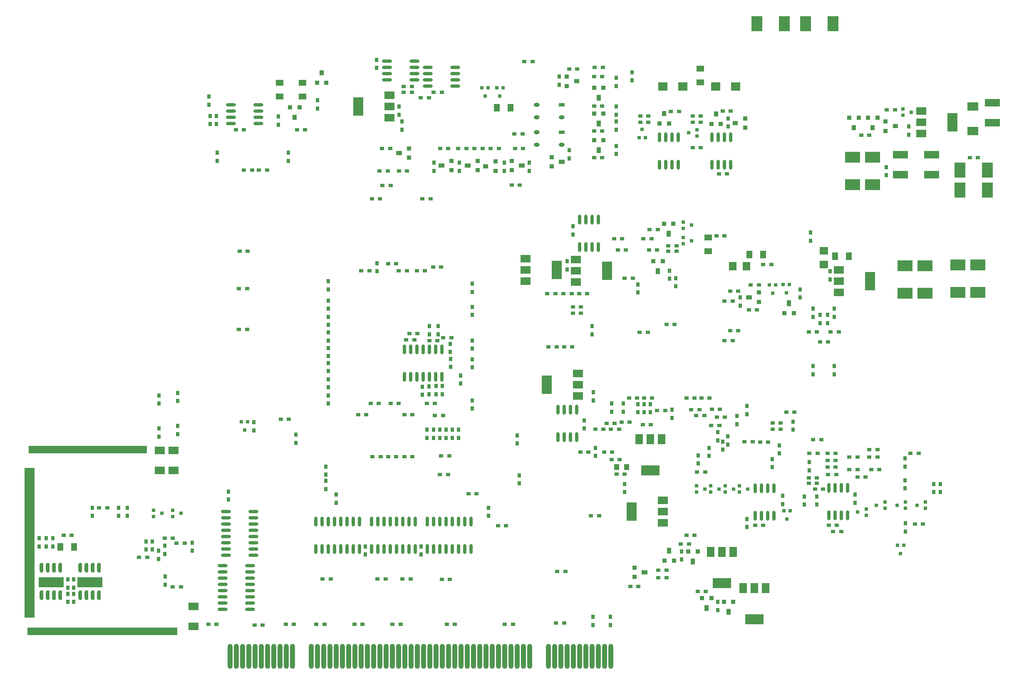
<source format=gbp>
%FSAX43Y43*%
%MOMM*%
G71*
G01*
G75*
%ADD10R,11.430X1.524*%
%ADD11R,30.480X1.524*%
%ADD12R,1.524X0.305*%
%ADD13R,0.305X1.524*%
%ADD14R,1.524X1.270*%
%ADD15R,0.762X0.889*%
%ADD16O,0.432X1.524*%
%ADD17R,0.432X1.524*%
%ADD18R,1.778X2.286*%
%ADD19R,1.270X1.143*%
%ADD20R,1.524X3.048*%
%ADD21R,0.889X0.762*%
%ADD22R,3.048X1.524*%
%ADD23R,1.270X1.524*%
%ADD24R,2.286X1.778*%
%ADD25R,1.524X0.508*%
%ADD26O,0.610X2.032*%
%ADD27R,1.143X1.270*%
%ADD28R,1.778X1.524*%
%ADD29R,1.524X1.778*%
%ADD30R,1.524X2.032*%
%ADD31R,2.540X0.610*%
%ADD32O,2.540X0.610*%
%ADD33O,1.778X3.048*%
%ADD34R,5.588X6.350*%
%ADD35R,3.810X2.032*%
%ADD36R,2.032X1.524*%
%ADD37R,1.727X1.219*%
%ADD38O,1.727X1.219*%
%ADD39O,2.540X1.270*%
%ADD40O,2.032X0.610*%
%ADD41R,15.240X5.080*%
%ADD42R,2.540X1.778*%
%ADD43R,0.914X1.270*%
%ADD44R,0.914X0.914*%
%ADD45R,1.778X2.540*%
%ADD46R,3.048X2.286*%
%ADD47R,1.270X1.016*%
%ADD48R,1.016X1.270*%
%ADD49R,1.780X0.420*%
%ADD50R,1.780X0.420*%
%ADD51O,1.016X5.080*%
%ADD52O,2.032X0.762*%
%ADD53R,1.727X1.829*%
%ADD54R,1.778X0.508*%
%ADD55R,2.540X0.635*%
%ADD56R,0.508X1.524*%
%ADD57R,0.508X1.778*%
%ADD58R,0.610X2.032*%
%ADD59R,2.032X0.610*%
%ADD60R,21.590X1.524*%
%ADD61R,1.524X14.859*%
%ADD62O,8.636X8.382*%
%ADD63R,7.874X6.096*%
%ADD64R,1.727X0.813*%
%ADD65C,0.203*%
%ADD66C,0.356*%
%ADD67C,0.457*%
%ADD68C,0.305*%
%ADD69C,1.270*%
%ADD70C,0.508*%
%ADD71C,0.406*%
%ADD72C,0.635*%
%ADD73C,0.381*%
%ADD74C,0.584*%
%ADD75C,0.254*%
%ADD76C,0.813*%
%ADD77C,0.711*%
%ADD78C,0.889*%
%ADD79R,25.146X25.400*%
%ADD80R,1.397X0.635*%
%ADD81C,1.270*%
%ADD82C,1.651*%
%ADD83C,1.524*%
%ADD84R,1.270X1.270*%
%ADD85C,1.626*%
%ADD86C,3.302*%
%ADD87R,10.160X7.620*%
%ADD88C,2.286*%
%ADD89C,6.350*%
%ADD90C,1.930*%
%ADD91C,5.842*%
%ADD92C,1.905*%
%ADD93R,1.905X1.905*%
%ADD94C,1.575*%
%ADD95C,1.727*%
%ADD96R,1.727X1.727*%
%ADD97C,0.813*%
%ADD98R,24.130X1.524*%
%ADD99R,2.032X30.480*%
%ADD100R,1.016X0.914*%
%ADD101R,0.914X1.016*%
%ADD102R,0.762X0.762*%
%ADD103R,1.829X1.727*%
%ADD104R,2.032X3.810*%
%ADD105R,1.270X0.914*%
%ADD106R,2.286X3.048*%
%ADD107O,0.762X2.032*%
%ADD108R,1.194X0.787*%
%ADD109O,1.194X0.787*%
%ADD110R,5.080X2.032*%
%ADD111R,1.270X2.794*%
%ADD112R,1.270X3.048*%
%ADD113C,0.200*%
%ADD114C,0.127*%
D11*
X0016256Y0009627D02*
D03*
D14*
X0137922Y0124206D02*
D03*
X0137922Y0121412D02*
D03*
X0139573Y0089789D02*
D03*
X0139573Y0086995D02*
D03*
X0057023Y0118491D02*
D03*
X0057023Y0121285D02*
D03*
X0052324Y0118491D02*
D03*
X0052324Y0121285D02*
D03*
D15*
X0109220Y0120904D02*
D03*
X0109220Y0122555D02*
D03*
X0143637Y0112395D02*
D03*
X0143637Y0114046D02*
D03*
X0124079Y0123444D02*
D03*
X0124079Y0121793D02*
D03*
X0006223Y0026924D02*
D03*
X0006223Y0028575D02*
D03*
X0034544Y0026035D02*
D03*
X0034544Y0027686D02*
D03*
X0081407Y0059436D02*
D03*
X0081407Y0057785D02*
D03*
X0160401Y0089154D02*
D03*
X0160401Y0090805D02*
D03*
X0082804Y0071755D02*
D03*
X0082804Y0070104D02*
D03*
X0175768Y0102489D02*
D03*
X0175768Y0104140D02*
D03*
X0120828Y0108458D02*
D03*
X0120828Y0106807D02*
D03*
X0120828Y0113411D02*
D03*
X0120828Y0111760D02*
D03*
X0120828Y0116459D02*
D03*
X0120828Y0114808D02*
D03*
X0120828Y0122301D02*
D03*
X0120828Y0120650D02*
D03*
X0111252Y0105918D02*
D03*
X0041910Y0038100D02*
D03*
X0041910Y0036449D02*
D03*
X0029083Y0019126D02*
D03*
X0029083Y0020777D02*
D03*
X0025146Y0027940D02*
D03*
X0025146Y0026289D02*
D03*
X0026416Y0026289D02*
D03*
X0026416Y0027940D02*
D03*
X0027686Y0024384D02*
D03*
X0027686Y0026035D02*
D03*
X0164338Y0081280D02*
D03*
X0131699Y0083058D02*
D03*
X0131699Y0081407D02*
D03*
X0146050Y0077597D02*
D03*
X0146050Y0075946D02*
D03*
X0158242Y0077597D02*
D03*
X0158242Y0079248D02*
D03*
X0110871Y0083312D02*
D03*
X0125222Y0080264D02*
D03*
X0125222Y0078613D02*
D03*
X0132969Y0081534D02*
D03*
X0132969Y0079883D02*
D03*
X0162306Y0072390D02*
D03*
X0162306Y0074041D02*
D03*
X0163830Y0072390D02*
D03*
X0163830Y0074041D02*
D03*
X0160909Y0073660D02*
D03*
X0160909Y0075311D02*
D03*
X0165227Y0073660D02*
D03*
X0165227Y0075311D02*
D03*
X0165227Y0063627D02*
D03*
X0165227Y0061976D02*
D03*
X0160909Y0063627D02*
D03*
X0160909Y0061976D02*
D03*
X0179578Y0040386D02*
D03*
X0179578Y0038735D02*
D03*
X0141478Y0015621D02*
D03*
X0141478Y0013970D02*
D03*
X0179705Y0029972D02*
D03*
X0179705Y0031623D02*
D03*
X0134112Y0024257D02*
D03*
X0134112Y0025908D02*
D03*
X0169418Y0035814D02*
D03*
X0169418Y0037465D02*
D03*
X0154686Y0035560D02*
D03*
X0154686Y0037211D02*
D03*
X0179578Y0043180D02*
D03*
X0179578Y0044831D02*
D03*
X0160147Y0042418D02*
D03*
X0160147Y0044069D02*
D03*
X0156845Y0050673D02*
D03*
X0156845Y0052324D02*
D03*
X0137541Y0043815D02*
D03*
X0137541Y0045466D02*
D03*
X0185420Y0039624D02*
D03*
X0185420Y0037973D02*
D03*
X0186817Y0039624D02*
D03*
X0186817Y0037973D02*
D03*
X0161671Y0037084D02*
D03*
X0161671Y0035433D02*
D03*
X0159131Y0037084D02*
D03*
X0159131Y0035433D02*
D03*
X0141478Y0050165D02*
D03*
X0141478Y0048514D02*
D03*
X0139700Y0046990D02*
D03*
X0139700Y0045339D02*
D03*
X0154048Y0047498D02*
D03*
X0154048Y0045847D02*
D03*
X0152651Y0044704D02*
D03*
X0152651Y0043053D02*
D03*
X0147447Y0053848D02*
D03*
X0147447Y0055499D02*
D03*
X0115951Y0071755D02*
D03*
X0115951Y0070104D02*
D03*
X0122301Y0054356D02*
D03*
X0122301Y0056007D02*
D03*
X0116586Y0045339D02*
D03*
X0116586Y0046990D02*
D03*
X0101092Y0041402D02*
D03*
X0101092Y0039751D02*
D03*
X0027813Y0056007D02*
D03*
X0027813Y0057658D02*
D03*
X0062230Y0060960D02*
D03*
X0062230Y0059309D02*
D03*
X0089154Y0060071D02*
D03*
X0089154Y0061722D02*
D03*
X0063881Y0035814D02*
D03*
X0063881Y0037465D02*
D03*
X0062230Y0070485D02*
D03*
X0062230Y0068834D02*
D03*
X0062230Y0076962D02*
D03*
X0062230Y0075311D02*
D03*
X0072136Y0082931D02*
D03*
X0072136Y0084582D02*
D03*
X0062230Y0056007D02*
D03*
X0062230Y0057658D02*
D03*
X0062230Y0079248D02*
D03*
X0062230Y0080899D02*
D03*
X0091567Y0078740D02*
D03*
X0091567Y0080391D02*
D03*
X0091567Y0054991D02*
D03*
X0091567Y0056642D02*
D03*
X0062230Y0062611D02*
D03*
X0062230Y0064262D02*
D03*
X0062230Y0067310D02*
D03*
X0062230Y0065659D02*
D03*
X0091567Y0074041D02*
D03*
X0091567Y0075692D02*
D03*
X0091567Y0067183D02*
D03*
X0091567Y0068834D02*
D03*
X0091567Y0063373D02*
D03*
X0091567Y0065024D02*
D03*
X0062230Y0073660D02*
D03*
X0062230Y0072009D02*
D03*
X0061722Y0040259D02*
D03*
X0061722Y0038608D02*
D03*
X0061722Y0041529D02*
D03*
X0061722Y0043180D02*
D03*
X0119634Y0012573D02*
D03*
X0119634Y0010922D02*
D03*
X0031623Y0058166D02*
D03*
X0031623Y0056515D02*
D03*
X0027813Y0049276D02*
D03*
X0027813Y0050927D02*
D03*
X0031623Y0049784D02*
D03*
X0031623Y0051435D02*
D03*
X0055626Y0048006D02*
D03*
X0055626Y0049657D02*
D03*
X0047117Y0050546D02*
D03*
X0047117Y0052197D02*
D03*
X0082296Y0049022D02*
D03*
X0082296Y0050673D02*
D03*
X0083693Y0049022D02*
D03*
X0083693Y0050673D02*
D03*
X0084963Y0050673D02*
D03*
X0084963Y0049022D02*
D03*
X0086233Y0049022D02*
D03*
X0086233Y0050673D02*
D03*
X0087503Y0049022D02*
D03*
X0087503Y0050673D02*
D03*
X0088773Y0050673D02*
D03*
X0088773Y0049022D02*
D03*
X0081153Y0026924D02*
D03*
X0081153Y0025273D02*
D03*
X0069799Y0026924D02*
D03*
X0069799Y0025273D02*
D03*
X0094869Y0033147D02*
D03*
X0094869Y0034798D02*
D03*
X0100711Y0047879D02*
D03*
X0100711Y0049530D02*
D03*
X0122555Y0039624D02*
D03*
X0122555Y0037973D02*
D03*
X0132207Y0053086D02*
D03*
X0132207Y0054737D02*
D03*
X0125222Y0054229D02*
D03*
X0125222Y0055880D02*
D03*
X0126492Y0054229D02*
D03*
X0126492Y0055880D02*
D03*
X0127762Y0054229D02*
D03*
X0127762Y0055880D02*
D03*
X0119888Y0056007D02*
D03*
X0119888Y0054356D02*
D03*
X0147447Y0032512D02*
D03*
X0147447Y0030861D02*
D03*
X0110871Y0084963D02*
D03*
X0112014Y0092075D02*
D03*
X0112014Y0090424D02*
D03*
X0164338Y0082931D02*
D03*
X0116205Y0058293D02*
D03*
X0116205Y0056642D02*
D03*
X0114300Y0052578D02*
D03*
X0114300Y0050927D02*
D03*
X0003454Y0028575D02*
D03*
X0003454Y0026924D02*
D03*
X0054102Y0105410D02*
D03*
X0054102Y0107061D02*
D03*
X0039624Y0105410D02*
D03*
X0039624Y0107061D02*
D03*
X0052070Y0112776D02*
D03*
X0052070Y0114427D02*
D03*
X0039497Y0112903D02*
D03*
X0039497Y0114554D02*
D03*
X0103175Y0105029D02*
D03*
X0103175Y0103378D02*
D03*
X0098095Y0105029D02*
D03*
X0098095Y0103378D02*
D03*
X0083744Y0105029D02*
D03*
X0083744Y0103378D02*
D03*
X0088951Y0105029D02*
D03*
X0088951Y0103378D02*
D03*
X0077267Y0111760D02*
D03*
X0077267Y0113411D02*
D03*
X0072060Y0124333D02*
D03*
X0072060Y0125984D02*
D03*
X0076632Y0116459D02*
D03*
X0076632Y0114808D02*
D03*
X0111252Y0107569D02*
D03*
X0087198Y0063475D02*
D03*
X0087198Y0065126D02*
D03*
X0087071Y0066523D02*
D03*
X0087071Y0068174D02*
D03*
X0084582Y0070104D02*
D03*
X0082779Y0059512D02*
D03*
X0082779Y0057861D02*
D03*
X0084201Y0057912D02*
D03*
X0084582Y0071755D02*
D03*
X0084201Y0059563D02*
D03*
X0085471Y0057912D02*
D03*
X0085471Y0059563D02*
D03*
X0038227Y0114554D02*
D03*
X0038227Y0112903D02*
D03*
X0143510Y0047688D02*
D03*
X0143510Y0049340D02*
D03*
X0142494Y0048260D02*
D03*
X0142494Y0046609D02*
D03*
X0116078Y0012573D02*
D03*
X0116078Y0010922D02*
D03*
X0145412Y0053467D02*
D03*
X0145412Y0051816D02*
D03*
X0028956Y0025400D02*
D03*
X0028956Y0027051D02*
D03*
X0037973Y0118491D02*
D03*
X0037973Y0116840D02*
D03*
X0060071Y0116078D02*
D03*
X0060071Y0117729D02*
D03*
X0180340Y0112395D02*
D03*
X0180340Y0110744D02*
D03*
X0004826Y0028575D02*
D03*
X0004826Y0026924D02*
D03*
X0009271Y0017272D02*
D03*
X0009271Y0015621D02*
D03*
X0009271Y0018542D02*
D03*
X0009271Y0020193D02*
D03*
X0010414Y0017272D02*
D03*
X0010414Y0015621D02*
D03*
X0010414Y0020193D02*
D03*
X0010414Y0018542D02*
D03*
X0019558Y0033147D02*
D03*
X0019558Y0034798D02*
D03*
X0021336Y0033147D02*
D03*
X0021336Y0034798D02*
D03*
X0014224Y0034798D02*
D03*
X0014224Y0033147D02*
D03*
D21*
X0111252Y0124079D02*
D03*
X0112903Y0124079D02*
D03*
X0116459Y0124460D02*
D03*
X0118110Y0124460D02*
D03*
X0138049Y0108077D02*
D03*
X0136398Y0108077D02*
D03*
X0131953Y0115443D02*
D03*
X0133604Y0115443D02*
D03*
X0144145Y0115570D02*
D03*
X0142494Y0115570D02*
D03*
X0136398Y0113284D02*
D03*
X0138049Y0113284D02*
D03*
X0138049Y0114554D02*
D03*
X0136398Y0114554D02*
D03*
X0127381Y0113284D02*
D03*
X0125730Y0113284D02*
D03*
X0127381Y0114554D02*
D03*
X0125730Y0114554D02*
D03*
X0010033Y0029159D02*
D03*
X0008382Y0029159D02*
D03*
X0098425Y0031115D02*
D03*
X0096774Y0031115D02*
D03*
X0174371Y0042545D02*
D03*
X0172720Y0042545D02*
D03*
X0168275Y0045085D02*
D03*
X0169926Y0045085D02*
D03*
X0165481Y0043053D02*
D03*
X0163830Y0043053D02*
D03*
X0168275Y0042545D02*
D03*
X0169926Y0042545D02*
D03*
X0165608Y0041529D02*
D03*
X0163957Y0041529D02*
D03*
X0172339Y0045085D02*
D03*
X0173990Y0045085D02*
D03*
X0165481Y0045847D02*
D03*
X0163830Y0045847D02*
D03*
X0163830Y0044450D02*
D03*
X0165481Y0044450D02*
D03*
X0161671Y0039751D02*
D03*
X0033020Y0027559D02*
D03*
X0083693Y0119380D02*
D03*
X0085344Y0119380D02*
D03*
X0031369Y0027559D02*
D03*
X0152400Y0084328D02*
D03*
X0150749Y0084328D02*
D03*
X0141224Y0090170D02*
D03*
X0142875Y0090170D02*
D03*
X0194437Y0106045D02*
D03*
X0192786Y0106045D02*
D03*
X0074422Y0084455D02*
D03*
X0076073Y0084455D02*
D03*
X0117983Y0106045D02*
D03*
X0116332Y0106045D02*
D03*
X0117983Y0111506D02*
D03*
X0116332Y0111506D02*
D03*
X0117983Y0116586D02*
D03*
X0116332Y0116586D02*
D03*
X0135128Y0029210D02*
D03*
X0136779Y0029210D02*
D03*
X0073304Y0100406D02*
D03*
X0074955Y0100406D02*
D03*
X0030607Y0018669D02*
D03*
X0074930Y0056007D02*
D03*
X0076581Y0056007D02*
D03*
X0079375Y0053721D02*
D03*
X0077724Y0053721D02*
D03*
X0129286Y0091440D02*
D03*
X0127635Y0091440D02*
D03*
X0133096Y0086995D02*
D03*
X0131445Y0086995D02*
D03*
X0131445Y0088138D02*
D03*
X0133096Y0088138D02*
D03*
X0149479Y0075057D02*
D03*
X0147828Y0075057D02*
D03*
X0149860Y0080137D02*
D03*
X0148209Y0080137D02*
D03*
X0120396Y0089535D02*
D03*
X0122047Y0089535D02*
D03*
X0121158Y0087249D02*
D03*
X0122809Y0087249D02*
D03*
X0127508Y0087249D02*
D03*
X0129159Y0087249D02*
D03*
X0126365Y0089535D02*
D03*
X0128016Y0089535D02*
D03*
X0122555Y0081534D02*
D03*
X0124206Y0081534D02*
D03*
X0145669Y0078867D02*
D03*
X0144018Y0078867D02*
D03*
X0144526Y0076835D02*
D03*
X0142875Y0076835D02*
D03*
X0145669Y0070866D02*
D03*
X0144018Y0070866D02*
D03*
X0144526Y0068834D02*
D03*
X0142875Y0068834D02*
D03*
X0160020Y0070612D02*
D03*
X0161671Y0070612D02*
D03*
X0166116Y0070612D02*
D03*
X0164465Y0070612D02*
D03*
X0162306Y0068580D02*
D03*
X0163957Y0068580D02*
D03*
X0139065Y0017780D02*
D03*
X0137414Y0017780D02*
D03*
X0138938Y0042037D02*
D03*
X0137287Y0042037D02*
D03*
X0181610Y0031496D02*
D03*
X0183261Y0031496D02*
D03*
X0161671Y0040894D02*
D03*
X0160020Y0040894D02*
D03*
X0160020Y0039751D02*
D03*
X0165735Y0031242D02*
D03*
X0164084Y0031242D02*
D03*
X0150749Y0031242D02*
D03*
X0149098Y0031242D02*
D03*
X0180721Y0045847D02*
D03*
X0182372Y0045847D02*
D03*
X0172339Y0046609D02*
D03*
X0173990Y0046609D02*
D03*
X0160147Y0045847D02*
D03*
X0161798Y0045847D02*
D03*
X0155448Y0054229D02*
D03*
X0157099Y0054229D02*
D03*
X0169926Y0041021D02*
D03*
X0171577Y0041021D02*
D03*
X0164973Y0029972D02*
D03*
X0166624Y0029972D02*
D03*
X0141983Y0054864D02*
D03*
X0140332Y0054864D02*
D03*
X0142999Y0053213D02*
D03*
X0141348Y0053213D02*
D03*
X0140205Y0051562D02*
D03*
X0141856Y0051562D02*
D03*
X0138808Y0053594D02*
D03*
X0137157Y0053594D02*
D03*
X0137792Y0054737D02*
D03*
X0136141Y0054737D02*
D03*
X0112014Y0074422D02*
D03*
X0113665Y0074422D02*
D03*
X0112014Y0075692D02*
D03*
X0113665Y0075692D02*
D03*
X0110109Y0078359D02*
D03*
X0111760Y0078359D02*
D03*
X0106807Y0078359D02*
D03*
X0108458Y0078359D02*
D03*
X0113284Y0078359D02*
D03*
X0114935Y0078359D02*
D03*
X0110236Y0067564D02*
D03*
X0111887Y0067564D02*
D03*
X0107061Y0067564D02*
D03*
X0108712Y0067564D02*
D03*
X0123571Y0052197D02*
D03*
X0121920Y0052197D02*
D03*
X0119761Y0050800D02*
D03*
X0121412Y0050800D02*
D03*
X0120523Y0051943D02*
D03*
X0118872Y0051943D02*
D03*
X0116586Y0050800D02*
D03*
X0118237Y0050800D02*
D03*
X0119888Y0044577D02*
D03*
X0121539Y0044577D02*
D03*
X0122555Y0041656D02*
D03*
X0120904Y0041656D02*
D03*
X0115189Y0046101D02*
D03*
X0113538Y0046101D02*
D03*
X0115697Y0033147D02*
D03*
X0117348Y0033147D02*
D03*
X0086614Y0041529D02*
D03*
X0084963Y0041529D02*
D03*
X0045847Y0086995D02*
D03*
X0044196Y0086995D02*
D03*
X0069215Y0011049D02*
D03*
X0067564Y0011049D02*
D03*
X0088011Y0011049D02*
D03*
X0086360Y0011049D02*
D03*
X0044069Y0079375D02*
D03*
X0045720Y0079375D02*
D03*
X0053594Y0011049D02*
D03*
X0055245Y0011049D02*
D03*
X0062738Y0020320D02*
D03*
X0061087Y0020320D02*
D03*
X0085217Y0083820D02*
D03*
X0083566Y0083820D02*
D03*
X0069977Y0053721D02*
D03*
X0068326Y0053721D02*
D03*
X0070612Y0083058D02*
D03*
X0068961Y0083058D02*
D03*
X0078232Y0083058D02*
D03*
X0076581Y0083058D02*
D03*
X0080264Y0083058D02*
D03*
X0081915Y0083058D02*
D03*
X0082296Y0056007D02*
D03*
X0083947Y0056007D02*
D03*
X0070866Y0056007D02*
D03*
X0072517Y0056007D02*
D03*
X0072898Y0045212D02*
D03*
X0071247Y0045212D02*
D03*
X0077724Y0045212D02*
D03*
X0079375Y0045212D02*
D03*
X0086868Y0045339D02*
D03*
X0085217Y0045339D02*
D03*
X0076073Y0045212D02*
D03*
X0074422Y0045212D02*
D03*
X0085344Y0020193D02*
D03*
X0086995Y0020193D02*
D03*
X0077343Y0020320D02*
D03*
X0078994Y0020320D02*
D03*
X0072263Y0020320D02*
D03*
X0073914Y0020320D02*
D03*
X0076962Y0011049D02*
D03*
X0075311Y0011049D02*
D03*
X0099822Y0011049D02*
D03*
X0098171Y0011049D02*
D03*
X0048895Y0010922D02*
D03*
X0047244Y0010922D02*
D03*
X0059817Y0011049D02*
D03*
X0061468Y0011049D02*
D03*
X0054229Y0052832D02*
D03*
X0052578Y0052832D02*
D03*
X0045720Y0071120D02*
D03*
X0044069Y0071120D02*
D03*
X0120015Y0046101D02*
D03*
X0118364Y0046101D02*
D03*
X0130810Y0054610D02*
D03*
X0129159Y0054610D02*
D03*
X0125095Y0057150D02*
D03*
X0123444Y0057150D02*
D03*
X0128143Y0057150D02*
D03*
X0126492Y0057150D02*
D03*
X0127889Y0051689D02*
D03*
X0126238Y0051689D02*
D03*
X0083947Y0053594D02*
D03*
X0085598Y0053594D02*
D03*
X0092431Y0037668D02*
D03*
X0090780Y0037668D02*
D03*
X0110236Y0011303D02*
D03*
X0108585Y0011303D02*
D03*
X0152654Y0050800D02*
D03*
X0154305Y0050800D02*
D03*
X0152654Y0052070D02*
D03*
X0154305Y0052070D02*
D03*
X0162560Y0048641D02*
D03*
X0160909Y0048641D02*
D03*
X0127254Y0070485D02*
D03*
X0125603Y0070485D02*
D03*
X0131064Y0072136D02*
D03*
X0132715Y0072136D02*
D03*
X0125349Y0018796D02*
D03*
X0123698Y0018796D02*
D03*
X0133985Y0027432D02*
D03*
X0135636Y0027432D02*
D03*
X0129413Y0020574D02*
D03*
X0131064Y0020574D02*
D03*
X0131064Y0022098D02*
D03*
X0129413Y0022098D02*
D03*
X0110490Y0021844D02*
D03*
X0108839Y0021844D02*
D03*
X0055880Y0111760D02*
D03*
X0057531Y0111760D02*
D03*
X0043434Y0111760D02*
D03*
X0045085Y0111760D02*
D03*
X0049784Y0103505D02*
D03*
X0048133Y0103505D02*
D03*
X0045085Y0103505D02*
D03*
X0046736Y0103505D02*
D03*
X0076632Y0103378D02*
D03*
X0078283Y0103378D02*
D03*
X0086665Y0107950D02*
D03*
X0085014Y0107950D02*
D03*
X0090348Y0107950D02*
D03*
X0088697Y0107950D02*
D03*
X0100254Y0107950D02*
D03*
X0101905Y0107950D02*
D03*
X0096952Y0107950D02*
D03*
X0095301Y0107950D02*
D03*
X0073203Y0107950D02*
D03*
X0074854Y0107950D02*
D03*
X0081077Y0118237D02*
D03*
X0082728Y0118237D02*
D03*
X0079248Y0120523D02*
D03*
X0077597Y0120523D02*
D03*
X0100127Y0110871D02*
D03*
X0101778Y0110871D02*
D03*
X0102159Y0125603D02*
D03*
X0103810Y0125603D02*
D03*
X0025400Y0024663D02*
D03*
X0023749Y0024663D02*
D03*
X0141732Y0102743D02*
D03*
X0143383Y0102743D02*
D03*
X0072695Y0103378D02*
D03*
X0074346Y0103378D02*
D03*
X0083058Y0097663D02*
D03*
X0081407Y0097663D02*
D03*
X0072771Y0097663D02*
D03*
X0071120Y0097663D02*
D03*
X0091999Y0107950D02*
D03*
X0093650Y0107950D02*
D03*
X0101219Y0100457D02*
D03*
X0099568Y0100457D02*
D03*
X0117983Y0122555D02*
D03*
X0116332Y0122555D02*
D03*
X0139827Y0057150D02*
D03*
X0138176Y0057150D02*
D03*
X0135128Y0057150D02*
D03*
X0136779Y0057150D02*
D03*
X0085674Y0069444D02*
D03*
X0087325Y0069444D02*
D03*
X0084455Y0068834D02*
D03*
X0079756Y0068961D02*
D03*
X0078105Y0068961D02*
D03*
X0032258Y0018669D02*
D03*
X0030607Y0028575D02*
D03*
X0082804Y0068834D02*
D03*
X0028956Y0028575D02*
D03*
X0148590Y0048260D02*
D03*
X0146939Y0048260D02*
D03*
X0078740Y0070231D02*
D03*
X0080391Y0070231D02*
D03*
X0077597Y0119380D02*
D03*
X0079248Y0119380D02*
D03*
X0151765Y0048133D02*
D03*
X0150114Y0048133D02*
D03*
X0039497Y0011049D02*
D03*
X0037846Y0011049D02*
D03*
X0161290Y0038608D02*
D03*
X0162941Y0038608D02*
D03*
X0170688Y0110617D02*
D03*
X0172339Y0110617D02*
D03*
X0175895Y0115824D02*
D03*
X0177546Y0115824D02*
D03*
X0017272Y0034798D02*
D03*
X0015621Y0034798D02*
D03*
D22*
X0185039Y0102616D02*
D03*
X0185039Y0106680D02*
D03*
X0178689Y0102616D02*
D03*
X0178689Y0106680D02*
D03*
X0197358Y0117221D02*
D03*
X0197358Y0113157D02*
D03*
D23*
X0099314Y0116205D02*
D03*
X0096520Y0116205D02*
D03*
X0150749Y0086360D02*
D03*
X0147955Y0086360D02*
D03*
X0010541Y0026797D02*
D03*
X0007747Y0026797D02*
D03*
X0168148Y0085979D02*
D03*
X0165354Y0085979D02*
D03*
D24*
X0193421Y0116459D02*
D03*
X0193421Y0111506D02*
D03*
D26*
X0149098Y0038735D02*
D03*
X0081610Y0061443D02*
D03*
X0085420Y0061443D02*
D03*
X0081610Y0067031D02*
D03*
X0087503Y0026416D02*
D03*
X0072339Y0032004D02*
D03*
X0060960Y0026416D02*
D03*
X0072339Y0026416D02*
D03*
X0076149Y0032004D02*
D03*
X0076149Y0026416D02*
D03*
X0117221Y0087884D02*
D03*
X0115951Y0087884D02*
D03*
X0114681Y0087884D02*
D03*
X0113411Y0087884D02*
D03*
X0113411Y0093472D02*
D03*
X0114681Y0093472D02*
D03*
X0115951Y0093472D02*
D03*
X0117221Y0093472D02*
D03*
X0149098Y0033147D02*
D03*
X0150368Y0033147D02*
D03*
X0151638Y0033147D02*
D03*
X0152908Y0033147D02*
D03*
X0152908Y0038735D02*
D03*
X0151638Y0038735D02*
D03*
X0150368Y0038735D02*
D03*
X0164084Y0038862D02*
D03*
X0165354Y0038862D02*
D03*
X0166624Y0038862D02*
D03*
X0167894Y0038862D02*
D03*
X0167894Y0033274D02*
D03*
X0166624Y0033274D02*
D03*
X0165354Y0033274D02*
D03*
X0164084Y0033274D02*
D03*
X0071069Y0026416D02*
D03*
X0073609Y0026416D02*
D03*
X0074879Y0026416D02*
D03*
X0077419Y0026416D02*
D03*
X0079959Y0026416D02*
D03*
X0079959Y0032004D02*
D03*
X0077419Y0032004D02*
D03*
X0074879Y0032004D02*
D03*
X0073609Y0032004D02*
D03*
X0071069Y0032004D02*
D03*
X0060960Y0032004D02*
D03*
X0064770Y0032004D02*
D03*
X0067310Y0032004D02*
D03*
X0067310Y0026416D02*
D03*
X0064770Y0026416D02*
D03*
X0062230Y0026416D02*
D03*
X0062230Y0032004D02*
D03*
X0063500Y0026416D02*
D03*
X0063500Y0032004D02*
D03*
X0066040Y0026416D02*
D03*
X0066040Y0032004D02*
D03*
X0059690Y0032004D02*
D03*
X0068580Y0032004D02*
D03*
X0068580Y0026416D02*
D03*
X0059690Y0026416D02*
D03*
X0108966Y0054737D02*
D03*
X0110236Y0054737D02*
D03*
X0111506Y0054737D02*
D03*
X0112776Y0054737D02*
D03*
X0112776Y0049149D02*
D03*
X0111506Y0049149D02*
D03*
X0110236Y0049149D02*
D03*
X0108966Y0049149D02*
D03*
X0082423Y0032004D02*
D03*
X0083693Y0032004D02*
D03*
X0084963Y0032004D02*
D03*
X0086233Y0032004D02*
D03*
X0087503Y0032004D02*
D03*
X0088773Y0032004D02*
D03*
X0090043Y0032004D02*
D03*
X0091313Y0032004D02*
D03*
X0091313Y0026416D02*
D03*
X0090043Y0026416D02*
D03*
X0088773Y0026416D02*
D03*
X0086233Y0026416D02*
D03*
X0084963Y0026416D02*
D03*
X0083693Y0026416D02*
D03*
X0082423Y0026416D02*
D03*
X0078689Y0032004D02*
D03*
X0078689Y0026416D02*
D03*
X0140335Y0110236D02*
D03*
X0141605Y0110236D02*
D03*
X0142875Y0110236D02*
D03*
X0144145Y0110236D02*
D03*
X0144145Y0104648D02*
D03*
X0142875Y0104648D02*
D03*
X0141605Y0104648D02*
D03*
X0140335Y0104648D02*
D03*
X0084150Y0067031D02*
D03*
X0085420Y0067031D02*
D03*
X0082880Y0061443D02*
D03*
X0077800Y0067031D02*
D03*
X0080340Y0067031D02*
D03*
X0080340Y0061443D02*
D03*
X0077800Y0061443D02*
D03*
X0079070Y0061443D02*
D03*
X0084150Y0061443D02*
D03*
X0082880Y0067031D02*
D03*
X0079070Y0067031D02*
D03*
X0129667Y0104648D02*
D03*
X0130937Y0104648D02*
D03*
X0132207Y0104648D02*
D03*
X0133477Y0104648D02*
D03*
X0133477Y0110236D02*
D03*
X0132207Y0110236D02*
D03*
X0130937Y0110236D02*
D03*
X0129667Y0110236D02*
D03*
D28*
X0163068Y0084328D02*
D03*
X0163068Y0087122D02*
D03*
D29*
X0144526Y0083947D02*
D03*
X0147320Y0083947D02*
D03*
D30*
X0140081Y0025781D02*
D03*
X0144653Y0025781D02*
D03*
X0142367Y0025781D02*
D03*
X0148971Y0018415D02*
D03*
X0151257Y0018415D02*
D03*
X0146685Y0018415D02*
D03*
X0130048Y0048768D02*
D03*
X0127762Y0048768D02*
D03*
X0125476Y0048768D02*
D03*
D35*
X0142367Y0019431D02*
D03*
X0148971Y0012065D02*
D03*
X0127762Y0042418D02*
D03*
D36*
X0034798Y0014732D02*
D03*
X0034798Y0010668D02*
D03*
X0074727Y0118745D02*
D03*
X0074727Y0116459D02*
D03*
X0074727Y0114173D02*
D03*
X0166116Y0083185D02*
D03*
X0166116Y0080899D02*
D03*
X0166116Y0078613D02*
D03*
X0112649Y0085344D02*
D03*
X0112649Y0083058D02*
D03*
X0112649Y0080772D02*
D03*
X0102362Y0085471D02*
D03*
X0102362Y0083185D02*
D03*
X0102362Y0080899D02*
D03*
X0130302Y0031750D02*
D03*
X0130302Y0034036D02*
D03*
X0130302Y0036322D02*
D03*
X0113030Y0057531D02*
D03*
X0113030Y0059817D02*
D03*
X0113030Y0062103D02*
D03*
X0027940Y0046482D02*
D03*
X0027940Y0042418D02*
D03*
X0030734Y0042418D02*
D03*
X0030734Y0046482D02*
D03*
X0182880Y0110998D02*
D03*
X0182880Y0113284D02*
D03*
X0182880Y0115570D02*
D03*
D40*
X0041402Y0026416D02*
D03*
X0041402Y0028956D02*
D03*
X0041402Y0031496D02*
D03*
X0041402Y0032766D02*
D03*
X0041402Y0027686D02*
D03*
X0046990Y0026416D02*
D03*
X0046990Y0027686D02*
D03*
X0046990Y0034036D02*
D03*
X0046990Y0032766D02*
D03*
X0046990Y0031496D02*
D03*
X0046990Y0030226D02*
D03*
X0046990Y0028956D02*
D03*
X0046990Y0025146D02*
D03*
X0041402Y0025146D02*
D03*
X0041402Y0030226D02*
D03*
X0040767Y0022987D02*
D03*
X0040767Y0021717D02*
D03*
X0040767Y0020447D02*
D03*
X0040767Y0014097D02*
D03*
X0046355Y0014097D02*
D03*
X0046355Y0017907D02*
D03*
X0046355Y0019177D02*
D03*
X0046355Y0020447D02*
D03*
X0046355Y0021717D02*
D03*
X0046355Y0022987D02*
D03*
X0046355Y0016637D02*
D03*
X0046355Y0015367D02*
D03*
X0040767Y0019177D02*
D03*
X0040767Y0017907D02*
D03*
X0040767Y0016637D02*
D03*
X0048006Y0116840D02*
D03*
X0042418Y0113030D02*
D03*
X0042418Y0115570D02*
D03*
X0042418Y0116840D02*
D03*
X0088062Y0124460D02*
D03*
X0088062Y0123190D02*
D03*
X0088062Y0120650D02*
D03*
X0082474Y0120650D02*
D03*
X0082474Y0121920D02*
D03*
X0082474Y0123190D02*
D03*
X0082474Y0124460D02*
D03*
X0079807Y0125730D02*
D03*
X0079807Y0124460D02*
D03*
X0079807Y0121920D02*
D03*
X0074219Y0121920D02*
D03*
X0074219Y0123190D02*
D03*
X0074219Y0124460D02*
D03*
X0074219Y0125730D02*
D03*
X0040767Y0015367D02*
D03*
X0048006Y0113030D02*
D03*
X0042418Y0114300D02*
D03*
X0048006Y0115570D02*
D03*
X0041402Y0034036D02*
D03*
X0048006Y0114300D02*
D03*
X0088062Y0121920D02*
D03*
X0079807Y0123190D02*
D03*
D43*
X0117297Y0107569D02*
D03*
X0117297Y0113030D02*
D03*
X0117297Y0118237D02*
D03*
X0131521Y0090551D02*
D03*
X0129362Y0082931D02*
D03*
X0156007Y0076454D02*
D03*
X0143713Y0013589D02*
D03*
X0136474Y0023876D02*
D03*
X0139268Y0014351D02*
D03*
X0131623Y0026035D02*
D03*
D44*
X0110744Y0120650D02*
D03*
X0110744Y0122555D02*
D03*
X0147066Y0114046D02*
D03*
X0147066Y0112141D02*
D03*
X0142113Y0112903D02*
D03*
X0140208Y0112903D02*
D03*
X0131572Y0113030D02*
D03*
X0129667Y0113030D02*
D03*
X0124587Y0022606D02*
D03*
X0124587Y0020701D02*
D03*
X0107696Y0106172D02*
D03*
X0107696Y0104267D02*
D03*
X0116332Y0109601D02*
D03*
X0118237Y0109601D02*
D03*
X0116332Y0115062D02*
D03*
X0118237Y0115062D02*
D03*
X0116332Y0120269D02*
D03*
X0118237Y0120269D02*
D03*
X0132461Y0092583D02*
D03*
X0130556Y0092583D02*
D03*
X0130302Y0084963D02*
D03*
X0128397Y0084963D02*
D03*
X0156972Y0074422D02*
D03*
X0155067Y0074422D02*
D03*
X0149860Y0078613D02*
D03*
X0149860Y0076708D02*
D03*
X0144653Y0015621D02*
D03*
X0142748Y0015621D02*
D03*
X0137414Y0025908D02*
D03*
X0135509Y0025908D02*
D03*
X0138303Y0016383D02*
D03*
X0140208Y0016383D02*
D03*
X0132588Y0024003D02*
D03*
X0130683Y0024003D02*
D03*
X0099619Y0103505D02*
D03*
X0099619Y0105410D02*
D03*
X0087300Y0105410D02*
D03*
X0087300Y0103505D02*
D03*
X0092634Y0105410D02*
D03*
X0092634Y0103505D02*
D03*
X0078664Y0107950D02*
D03*
X0078664Y0106045D02*
D03*
X0096266Y0105283D02*
D03*
X0096266Y0103378D02*
D03*
X0054483Y0116332D02*
D03*
X0056388Y0116332D02*
D03*
X0059944Y0121285D02*
D03*
X0061849Y0121285D02*
D03*
X0172085Y0114173D02*
D03*
X0173990Y0114173D02*
D03*
X0175641Y0113411D02*
D03*
X0175641Y0111506D02*
D03*
X0168275Y0114173D02*
D03*
X0170180Y0114173D02*
D03*
D46*
X0179578Y0078486D02*
D03*
X0179578Y0084074D02*
D03*
X0183642Y0084074D02*
D03*
X0183642Y0078486D02*
D03*
X0172974Y0100584D02*
D03*
X0172974Y0106172D02*
D03*
X0168910Y0100584D02*
D03*
X0168910Y0106172D02*
D03*
X0190373Y0084201D02*
D03*
X0190373Y0078613D02*
D03*
X0194437Y0084201D02*
D03*
X0194437Y0078613D02*
D03*
D48*
X0122936Y0043053D02*
D03*
X0120904Y0043053D02*
D03*
D51*
X0043561Y0004572D02*
D03*
X0047371Y0004572D02*
D03*
X0048641Y0004572D02*
D03*
X0049911Y0004572D02*
D03*
X0051181Y0004572D02*
D03*
X0052451Y0004572D02*
D03*
X0053721Y0004572D02*
D03*
X0054991Y0004572D02*
D03*
X0058801Y0004572D02*
D03*
X0060071Y0004572D02*
D03*
X0061341Y0004572D02*
D03*
X0062611Y0004572D02*
D03*
X0063881Y0004572D02*
D03*
X0065151Y0004572D02*
D03*
X0066421Y0004572D02*
D03*
X0067691Y0004572D02*
D03*
X0068961Y0004572D02*
D03*
X0070231Y0004572D02*
D03*
X0071501Y0004572D02*
D03*
X0072771Y0004572D02*
D03*
X0074041Y0004572D02*
D03*
X0075311Y0004572D02*
D03*
X0076581Y0004572D02*
D03*
X0077851Y0004572D02*
D03*
X0079121Y0004572D02*
D03*
X0080391Y0004572D02*
D03*
X0081661Y0004572D02*
D03*
X0082931Y0004572D02*
D03*
X0084201Y0004572D02*
D03*
X0085471Y0004572D02*
D03*
X0086741Y0004572D02*
D03*
X0088011Y0004572D02*
D03*
X0089281Y0004572D02*
D03*
X0090551Y0004572D02*
D03*
X0091821Y0004572D02*
D03*
X0093091Y0004572D02*
D03*
X0094361Y0004572D02*
D03*
X0095631Y0004572D02*
D03*
X0096901Y0004572D02*
D03*
X0098171Y0004572D02*
D03*
X0099441Y0004572D02*
D03*
X0100711Y0004572D02*
D03*
X0101981Y0004572D02*
D03*
X0103251Y0004572D02*
D03*
X0107061Y0004572D02*
D03*
X0108331Y0004572D02*
D03*
X0109601Y0004572D02*
D03*
X0110871Y0004572D02*
D03*
X0112141Y0004572D02*
D03*
X0113411Y0004572D02*
D03*
X0114681Y0004572D02*
D03*
X0115951Y0004572D02*
D03*
X0117221Y0004572D02*
D03*
X0118491Y0004572D02*
D03*
X0119761Y0004572D02*
D03*
X0042291Y0004572D02*
D03*
X0044831Y0004572D02*
D03*
X0046101Y0004572D02*
D03*
D98*
X0013310Y0046634D02*
D03*
D99*
X0001448Y0027686D02*
D03*
D100*
X0112776Y0121615D02*
D03*
X0145034Y0113081D02*
D03*
X0094234Y0104318D02*
D03*
X0177673Y0112471D02*
D03*
D101*
X0141148Y0114935D02*
D03*
X0130607Y0115062D02*
D03*
X0055448Y0114300D02*
D03*
X0060884Y0123317D02*
D03*
X0173050Y0112141D02*
D03*
X0169240Y0112141D02*
D03*
D102*
X0135585Y0111125D02*
D03*
X0137287Y0110490D02*
D03*
X0137287Y0111760D02*
D03*
X0126111Y0111811D02*
D03*
X0125476Y0110109D02*
D03*
X0126746Y0110109D02*
D03*
X0136195Y0089154D02*
D03*
X0134493Y0089789D02*
D03*
X0134493Y0088519D02*
D03*
X0136195Y0092329D02*
D03*
X0134493Y0092964D02*
D03*
X0134493Y0091694D02*
D03*
X0155448Y0078562D02*
D03*
X0156083Y0080264D02*
D03*
X0154813Y0080264D02*
D03*
X0152654Y0078435D02*
D03*
X0153289Y0080137D02*
D03*
X0152019Y0080137D02*
D03*
X0178003Y0035306D02*
D03*
X0179705Y0034671D02*
D03*
X0179705Y0035941D02*
D03*
X0170002Y0033909D02*
D03*
X0171704Y0033274D02*
D03*
X0171704Y0034544D02*
D03*
X0155575Y0032461D02*
D03*
X0156210Y0034163D02*
D03*
X0154940Y0034163D02*
D03*
X0173812Y0035306D02*
D03*
X0175514Y0034671D02*
D03*
X0175514Y0035941D02*
D03*
X0182067Y0035306D02*
D03*
X0183769Y0034671D02*
D03*
X0183769Y0035941D02*
D03*
X0138862Y0038608D02*
D03*
X0137160Y0039243D02*
D03*
X0137160Y0037973D02*
D03*
X0144704Y0038608D02*
D03*
X0143002Y0039243D02*
D03*
X0143002Y0037973D02*
D03*
X0147625Y0038608D02*
D03*
X0145923Y0039243D02*
D03*
X0145923Y0037973D02*
D03*
X0141783Y0038608D02*
D03*
X0140081Y0039243D02*
D03*
X0140081Y0037973D02*
D03*
X0094158Y0118567D02*
D03*
X0094793Y0120269D02*
D03*
X0093523Y0120269D02*
D03*
X0097155Y0118567D02*
D03*
X0097790Y0120269D02*
D03*
X0096520Y0120269D02*
D03*
X0028372Y0033655D02*
D03*
X0026670Y0034290D02*
D03*
X0026670Y0033020D02*
D03*
X0032309Y0033655D02*
D03*
X0030607Y0034290D02*
D03*
X0030607Y0033020D02*
D03*
X0178689Y0025476D02*
D03*
X0179324Y0027178D02*
D03*
X0178054Y0027178D02*
D03*
X0045212Y0050622D02*
D03*
X0045847Y0052324D02*
D03*
X0044577Y0052324D02*
D03*
X0180899Y0115316D02*
D03*
X0179197Y0115951D02*
D03*
X0179197Y0114681D02*
D03*
D103*
X0141097Y0120523D02*
D03*
X0145161Y0120523D02*
D03*
X0134366Y0120523D02*
D03*
X0130302Y0120523D02*
D03*
D104*
X0068377Y0116459D02*
D03*
X0172466Y0080899D02*
D03*
X0118999Y0083058D02*
D03*
X0108712Y0083185D02*
D03*
X0123952Y0034036D02*
D03*
X0106680Y0059817D02*
D03*
X0189230Y0113284D02*
D03*
D105*
X0126619Y0021666D02*
D03*
X0109728Y0105232D02*
D03*
X0147828Y0077648D02*
D03*
X0101651Y0104470D02*
D03*
X0085268Y0104445D02*
D03*
X0090602Y0104445D02*
D03*
X0076632Y0106985D02*
D03*
D106*
X0190754Y0099441D02*
D03*
X0196342Y0099441D02*
D03*
X0190754Y0103505D02*
D03*
X0196342Y0103505D02*
D03*
X0159385Y0133350D02*
D03*
X0164973Y0133350D02*
D03*
X0155067Y0133350D02*
D03*
X0149479Y0133350D02*
D03*
D107*
X0003962Y0017018D02*
D03*
X0005232Y0017018D02*
D03*
X0006502Y0017018D02*
D03*
X0007772Y0017018D02*
D03*
X0007772Y0022606D02*
D03*
X0006502Y0022606D02*
D03*
X0005232Y0022606D02*
D03*
X0003962Y0022606D02*
D03*
X0011836Y0022606D02*
D03*
X0013106Y0022606D02*
D03*
X0014376Y0022606D02*
D03*
X0015646Y0022606D02*
D03*
X0015646Y0017018D02*
D03*
X0014376Y0017018D02*
D03*
X0013106Y0017018D02*
D03*
X0011836Y0017018D02*
D03*
D108*
X0109779Y0116840D02*
D03*
X0109779Y0111252D02*
D03*
D109*
X0109779Y0108712D02*
D03*
X0109779Y0114300D02*
D03*
X0104699Y0114300D02*
D03*
X0104699Y0108712D02*
D03*
X0104699Y0116840D02*
D03*
X0104699Y0111252D02*
D03*
D110*
X0005842Y0019634D02*
D03*
X0013741Y0019634D02*
D03*
M02*

</source>
